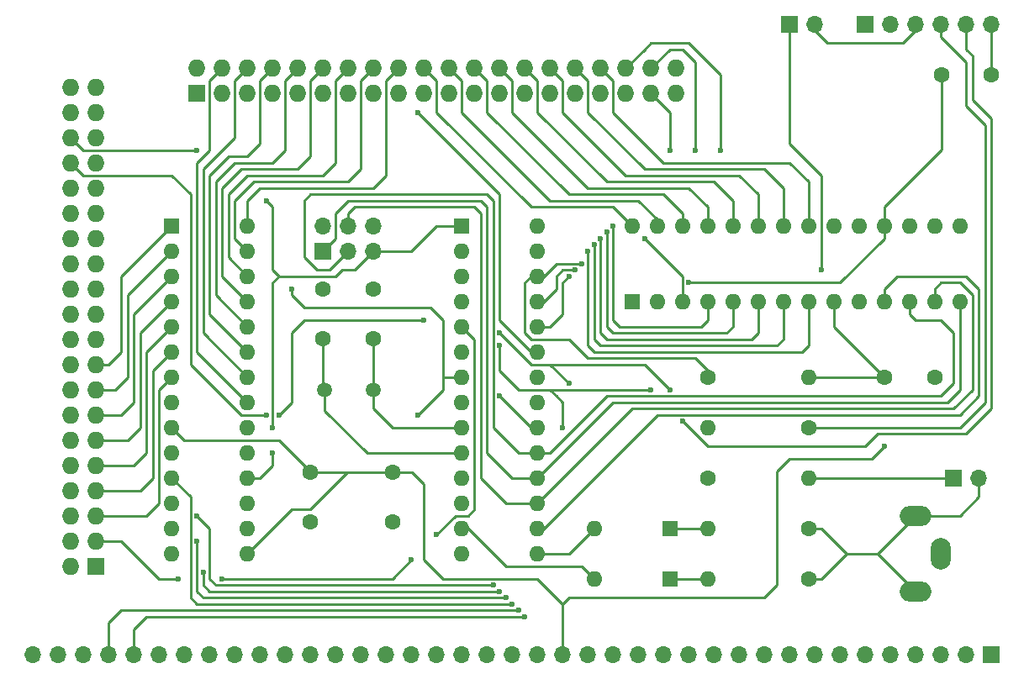
<source format=gtl>
G04 #@! TF.FileFunction,Copper,L1,Top,Signal*
%FSLAX46Y46*%
G04 Gerber Fmt 4.6, Leading zero omitted, Abs format (unit mm)*
G04 Created by KiCad (PCBNEW 4.0.6) date 06/11/17 20:17:23*
%MOMM*%
%LPD*%
G01*
G04 APERTURE LIST*
%ADD10C,0.100000*%
%ADD11R,1.600000X1.600000*%
%ADD12O,1.600000X1.600000*%
%ADD13C,1.600000*%
%ADD14R,1.700000X1.700000*%
%ADD15O,1.700000X1.700000*%
%ADD16R,1.727200X1.727200*%
%ADD17O,1.727200X1.727200*%
%ADD18C,1.500000*%
%ADD19O,3.197860X1.998980*%
%ADD20O,1.998980X3.197860*%
%ADD21C,0.600000*%
%ADD22C,0.250000*%
G04 APERTURE END LIST*
D10*
D11*
X160655000Y-102870000D03*
D12*
X168275000Y-135890000D03*
X160655000Y-105410000D03*
X168275000Y-133350000D03*
X160655000Y-107950000D03*
X168275000Y-130810000D03*
X160655000Y-110490000D03*
X168275000Y-128270000D03*
X160655000Y-113030000D03*
X168275000Y-125730000D03*
X160655000Y-115570000D03*
X168275000Y-123190000D03*
X160655000Y-118110000D03*
X168275000Y-120650000D03*
X160655000Y-120650000D03*
X168275000Y-118110000D03*
X160655000Y-123190000D03*
X168275000Y-115570000D03*
X160655000Y-125730000D03*
X168275000Y-113030000D03*
X160655000Y-128270000D03*
X168275000Y-110490000D03*
X160655000Y-130810000D03*
X168275000Y-107950000D03*
X160655000Y-133350000D03*
X168275000Y-105410000D03*
X160655000Y-135890000D03*
X168275000Y-102870000D03*
D13*
X153670000Y-132715000D03*
X153670000Y-127715000D03*
X213995000Y-87630000D03*
X208995000Y-87630000D03*
X151765000Y-109220000D03*
X151765000Y-114220000D03*
X146685000Y-109220000D03*
X146685000Y-114220000D03*
D11*
X181610000Y-133350000D03*
D12*
X173990000Y-133350000D03*
D11*
X181610000Y-138430000D03*
D12*
X173990000Y-138430000D03*
D14*
X213995000Y-146050000D03*
D15*
X211455000Y-146050000D03*
X208915000Y-146050000D03*
X206375000Y-146050000D03*
X203835000Y-146050000D03*
X201295000Y-146050000D03*
X198755000Y-146050000D03*
X196215000Y-146050000D03*
X193675000Y-146050000D03*
X191135000Y-146050000D03*
X188595000Y-146050000D03*
X186055000Y-146050000D03*
X183515000Y-146050000D03*
X180975000Y-146050000D03*
X178435000Y-146050000D03*
X175895000Y-146050000D03*
X173355000Y-146050000D03*
X170815000Y-146050000D03*
X168275000Y-146050000D03*
X165735000Y-146050000D03*
X163195000Y-146050000D03*
X160655000Y-146050000D03*
X158115000Y-146050000D03*
X155575000Y-146050000D03*
X153035000Y-146050000D03*
X150495000Y-146050000D03*
X147955000Y-146050000D03*
X145415000Y-146050000D03*
X142875000Y-146050000D03*
X140335000Y-146050000D03*
X137795000Y-146050000D03*
X135255000Y-146050000D03*
X132715000Y-146050000D03*
X130175000Y-146050000D03*
X127635000Y-146050000D03*
X125095000Y-146050000D03*
X122555000Y-146050000D03*
X120015000Y-146050000D03*
X117475000Y-146050000D03*
D16*
X123825000Y-137160000D03*
D17*
X121285000Y-137160000D03*
X123825000Y-134620000D03*
X121285000Y-134620000D03*
X123825000Y-132080000D03*
X121285000Y-132080000D03*
X123825000Y-129540000D03*
X121285000Y-129540000D03*
X123825000Y-127000000D03*
X121285000Y-127000000D03*
X123825000Y-124460000D03*
X121285000Y-124460000D03*
X123825000Y-121920000D03*
X121285000Y-121920000D03*
X123825000Y-119380000D03*
X121285000Y-119380000D03*
X123825000Y-116840000D03*
X121285000Y-116840000D03*
X123825000Y-114300000D03*
X121285000Y-114300000D03*
X123825000Y-111760000D03*
X121285000Y-111760000D03*
X123825000Y-109220000D03*
X121285000Y-109220000D03*
X123825000Y-106680000D03*
X121285000Y-106680000D03*
X123825000Y-104140000D03*
X121285000Y-104140000D03*
X123825000Y-101600000D03*
X121285000Y-101600000D03*
X123825000Y-99060000D03*
X121285000Y-99060000D03*
X123825000Y-96520000D03*
X121285000Y-96520000D03*
X123825000Y-93980000D03*
X121285000Y-93980000D03*
X123825000Y-91440000D03*
X121285000Y-91440000D03*
X123825000Y-88900000D03*
X121285000Y-88900000D03*
D14*
X201295000Y-82550000D03*
D15*
X203835000Y-82550000D03*
X206375000Y-82550000D03*
X208915000Y-82550000D03*
X211455000Y-82550000D03*
X213995000Y-82550000D03*
D14*
X146685000Y-105410000D03*
D15*
X146685000Y-102870000D03*
X149225000Y-105410000D03*
X149225000Y-102870000D03*
X151765000Y-105410000D03*
X151765000Y-102870000D03*
D14*
X193675000Y-82550000D03*
D15*
X196215000Y-82550000D03*
D13*
X195580000Y-133350000D03*
D12*
X185420000Y-133350000D03*
D13*
X195580000Y-138430000D03*
D12*
X185420000Y-138430000D03*
D13*
X185420000Y-128270000D03*
D12*
X195580000Y-128270000D03*
D13*
X195580000Y-123190000D03*
D12*
X185420000Y-123190000D03*
D18*
X151765000Y-119380000D03*
X146885000Y-119380000D03*
D14*
X210185000Y-128270000D03*
D15*
X212725000Y-128270000D03*
D16*
X133985000Y-89535000D03*
D17*
X133985000Y-86995000D03*
X136525000Y-89535000D03*
X136525000Y-86995000D03*
X139065000Y-89535000D03*
X139065000Y-86995000D03*
X141605000Y-89535000D03*
X141605000Y-86995000D03*
X144145000Y-89535000D03*
X144145000Y-86995000D03*
X146685000Y-89535000D03*
X146685000Y-86995000D03*
X149225000Y-89535000D03*
X149225000Y-86995000D03*
X151765000Y-89535000D03*
X151765000Y-86995000D03*
X154305000Y-89535000D03*
X154305000Y-86995000D03*
X156845000Y-89535000D03*
X156845000Y-86995000D03*
X159385000Y-89535000D03*
X159385000Y-86995000D03*
X161925000Y-89535000D03*
X161925000Y-86995000D03*
X164465000Y-89535000D03*
X164465000Y-86995000D03*
X167005000Y-89535000D03*
X167005000Y-86995000D03*
X169545000Y-89535000D03*
X169545000Y-86995000D03*
X172085000Y-89535000D03*
X172085000Y-86995000D03*
X174625000Y-89535000D03*
X174625000Y-86995000D03*
X177165000Y-89535000D03*
X177165000Y-86995000D03*
X179705000Y-89535000D03*
X179705000Y-86995000D03*
X182245000Y-89535000D03*
X182245000Y-86995000D03*
D13*
X185420000Y-118110000D03*
D12*
X195580000Y-118110000D03*
D11*
X177800000Y-110490000D03*
D12*
X210820000Y-102870000D03*
X180340000Y-110490000D03*
X208280000Y-102870000D03*
X182880000Y-110490000D03*
X205740000Y-102870000D03*
X185420000Y-110490000D03*
X203200000Y-102870000D03*
X187960000Y-110490000D03*
X200660000Y-102870000D03*
X190500000Y-110490000D03*
X198120000Y-102870000D03*
X193040000Y-110490000D03*
X195580000Y-102870000D03*
X195580000Y-110490000D03*
X193040000Y-102870000D03*
X198120000Y-110490000D03*
X190500000Y-102870000D03*
X200660000Y-110490000D03*
X187960000Y-102870000D03*
X203200000Y-110490000D03*
X185420000Y-102870000D03*
X205740000Y-110490000D03*
X182880000Y-102870000D03*
X208280000Y-110490000D03*
X180340000Y-102870000D03*
X210820000Y-110490000D03*
X177800000Y-102870000D03*
D11*
X131445000Y-102870000D03*
D12*
X139065000Y-135890000D03*
X131445000Y-105410000D03*
X139065000Y-133350000D03*
X131445000Y-107950000D03*
X139065000Y-130810000D03*
X131445000Y-110490000D03*
X139065000Y-128270000D03*
X131445000Y-113030000D03*
X139065000Y-125730000D03*
X131445000Y-115570000D03*
X139065000Y-123190000D03*
X131445000Y-118110000D03*
X139065000Y-120650000D03*
X131445000Y-120650000D03*
X139065000Y-118110000D03*
X131445000Y-123190000D03*
X139065000Y-115570000D03*
X131445000Y-125730000D03*
X139065000Y-113030000D03*
X131445000Y-128270000D03*
X139065000Y-110490000D03*
X131445000Y-130810000D03*
X139065000Y-107950000D03*
X131445000Y-133350000D03*
X139065000Y-105410000D03*
X131445000Y-135890000D03*
X139065000Y-102870000D03*
D13*
X145415000Y-132715000D03*
X145415000Y-127715000D03*
X208280000Y-118110000D03*
X203280000Y-118110000D03*
D19*
X206375000Y-132080000D03*
D20*
X208915000Y-135890000D03*
D19*
X206375000Y-139700000D03*
D21*
X143510000Y-109220000D03*
X164465000Y-120015000D03*
X203200000Y-125095000D03*
X196850000Y-107315000D03*
X156210000Y-121920000D03*
X171450000Y-118745000D03*
X167005000Y-142240000D03*
X181610000Y-119380000D03*
X164465000Y-113665000D03*
X132080000Y-138430000D03*
X136525000Y-138430000D03*
X155575000Y-136525000D03*
X158115000Y-133985000D03*
X140970000Y-121920000D03*
X142240000Y-121920000D03*
X156845000Y-112395000D03*
X140970000Y-100330000D03*
X133985000Y-95250000D03*
X141605000Y-125730000D03*
X141605000Y-123190000D03*
X183515000Y-108585000D03*
X166370000Y-141605000D03*
X170815000Y-123190000D03*
X182880000Y-122555000D03*
X179705000Y-119380000D03*
X164465000Y-114935000D03*
X164465000Y-139700000D03*
X134620000Y-137795000D03*
X163830000Y-139065000D03*
X133985000Y-132080000D03*
X165100000Y-140335000D03*
X133985000Y-134620000D03*
X156210000Y-91440000D03*
X186690000Y-95250000D03*
X171450000Y-107950000D03*
X172720000Y-106680000D03*
X181610000Y-95250000D03*
X184150000Y-95250000D03*
X172085000Y-107315000D03*
X173355000Y-105410000D03*
X173990000Y-104775000D03*
X174625000Y-104140000D03*
X175260000Y-103505000D03*
X175895000Y-102870000D03*
X179070000Y-104140000D03*
X165735000Y-140970000D03*
D22*
X143510000Y-109855000D02*
X144780000Y-111125000D01*
X158750000Y-112395000D02*
X158750000Y-113030000D01*
X157480000Y-111125000D02*
X158750000Y-112395000D01*
X144780000Y-111125000D02*
X157480000Y-111125000D01*
X158750000Y-113030000D02*
X158750000Y-116840000D01*
X158750000Y-116840000D02*
X158750000Y-118110000D01*
X143510000Y-109220000D02*
X143510000Y-109855000D01*
X149225000Y-127715000D02*
X149145000Y-127715000D01*
X143510000Y-131445000D02*
X139065000Y-135890000D01*
X145415000Y-131445000D02*
X143510000Y-131445000D01*
X149145000Y-127715000D02*
X145415000Y-131445000D01*
X168275000Y-123190000D02*
X167640000Y-123190000D01*
X167640000Y-123190000D02*
X164465000Y-120015000D01*
X192405000Y-127635000D02*
X193675000Y-126365000D01*
X192405000Y-128905000D02*
X192405000Y-128270000D01*
X170815000Y-140970000D02*
X171450000Y-140335000D01*
X192405000Y-139065000D02*
X192405000Y-128905000D01*
X191135000Y-140335000D02*
X192405000Y-139065000D01*
X189230000Y-140335000D02*
X191135000Y-140335000D01*
X171450000Y-140335000D02*
X189230000Y-140335000D01*
X192405000Y-128270000D02*
X192405000Y-127635000D01*
X201930000Y-126365000D02*
X203200000Y-125095000D01*
X193675000Y-126365000D02*
X201930000Y-126365000D01*
X193675000Y-82550000D02*
X193675000Y-94615000D01*
X196850000Y-97790000D02*
X196850000Y-107315000D01*
X193675000Y-94615000D02*
X196850000Y-97790000D01*
X203280000Y-118110000D02*
X195580000Y-118110000D01*
X203280000Y-118110000D02*
X203200000Y-118110000D01*
X203200000Y-118110000D02*
X198120000Y-113030000D01*
X198120000Y-113030000D02*
X198120000Y-110490000D01*
X145415000Y-127715000D02*
X145415000Y-127635000D01*
X145415000Y-127635000D02*
X142240000Y-124460000D01*
X132715000Y-124460000D02*
X131445000Y-123190000D01*
X142240000Y-124460000D02*
X132715000Y-124460000D01*
X153670000Y-127715000D02*
X149225000Y-127715000D01*
X149225000Y-127715000D02*
X145415000Y-127715000D01*
X170815000Y-146050000D02*
X170815000Y-140970000D01*
X155655000Y-127715000D02*
X153670000Y-127715000D01*
X156845000Y-128905000D02*
X155655000Y-127715000D01*
X156845000Y-136525000D02*
X156845000Y-128905000D01*
X158750000Y-138430000D02*
X156845000Y-136525000D01*
X168275000Y-138430000D02*
X158750000Y-138430000D01*
X170815000Y-140970000D02*
X168275000Y-138430000D01*
X160655000Y-118110000D02*
X158750000Y-118110000D01*
X158750000Y-119380000D02*
X158750000Y-118110000D01*
X156210000Y-121920000D02*
X158750000Y-119380000D01*
X168355000Y-123270000D02*
X168275000Y-123190000D01*
X213995000Y-82550000D02*
X213995000Y-87630000D01*
X151765000Y-114220000D02*
X151765000Y-119380000D01*
X160655000Y-123190000D02*
X153670000Y-123190000D01*
X151765000Y-121285000D02*
X151765000Y-119380000D01*
X153670000Y-123190000D02*
X151765000Y-121285000D01*
X146685000Y-114220000D02*
X146685000Y-119180000D01*
X146685000Y-119180000D02*
X146885000Y-119380000D01*
X160655000Y-125730000D02*
X151130000Y-125730000D01*
X146885000Y-121485000D02*
X146885000Y-119380000D01*
X151130000Y-125730000D02*
X146885000Y-121485000D01*
X181610000Y-133350000D02*
X185420000Y-133350000D01*
X168275000Y-135890000D02*
X171450000Y-135890000D01*
X171450000Y-135890000D02*
X173990000Y-133350000D01*
X181610000Y-138430000D02*
X185420000Y-138430000D01*
X160655000Y-133350000D02*
X161290000Y-133350000D01*
X161290000Y-133350000D02*
X165100000Y-137160000D01*
X165100000Y-137160000D02*
X172720000Y-137160000D01*
X172720000Y-137160000D02*
X173990000Y-138430000D01*
X127635000Y-146050000D02*
X127635000Y-143510000D01*
X171450000Y-118745000D02*
X169545000Y-116840000D01*
X128905000Y-142240000D02*
X167005000Y-142240000D01*
X127635000Y-143510000D02*
X128905000Y-142240000D01*
X175895000Y-116840000D02*
X175260000Y-116840000D01*
X179070000Y-116840000D02*
X181610000Y-119380000D01*
X167640000Y-116840000D02*
X169545000Y-116840000D01*
X169545000Y-116840000D02*
X175895000Y-116840000D01*
X175895000Y-116840000D02*
X179070000Y-116840000D01*
X164465000Y-113665000D02*
X167640000Y-116840000D01*
X160655000Y-113030000D02*
X161925000Y-114300000D01*
X126365000Y-134620000D02*
X123825000Y-134620000D01*
X130175000Y-138430000D02*
X126365000Y-134620000D01*
X132080000Y-138430000D02*
X130175000Y-138430000D01*
X153670000Y-138430000D02*
X136525000Y-138430000D01*
X155575000Y-136525000D02*
X153670000Y-138430000D01*
X160020000Y-132080000D02*
X158115000Y-133985000D01*
X161290000Y-132080000D02*
X160020000Y-132080000D01*
X161925000Y-131445000D02*
X161290000Y-132080000D01*
X161925000Y-114300000D02*
X161925000Y-131445000D01*
X122555000Y-97790000D02*
X131445000Y-97790000D01*
X131445000Y-97790000D02*
X133350000Y-99695000D01*
X133350000Y-99695000D02*
X133350000Y-116840000D01*
X133350000Y-116840000D02*
X138430000Y-121920000D01*
X138430000Y-121920000D02*
X140970000Y-121920000D01*
X142240000Y-121920000D02*
X143510000Y-120650000D01*
X143510000Y-120650000D02*
X143510000Y-114300000D01*
X122555000Y-97790000D02*
X121285000Y-96520000D01*
X143510000Y-113665000D02*
X144780000Y-112395000D01*
X144780000Y-112395000D02*
X153670000Y-112395000D01*
X143510000Y-114300000D02*
X143510000Y-113665000D01*
X156845000Y-112395000D02*
X153670000Y-112395000D01*
X204470000Y-84455000D02*
X205105000Y-84455000D01*
X204470000Y-84455000D02*
X197485000Y-84455000D01*
X196215000Y-83185000D02*
X197485000Y-84455000D01*
X205105000Y-84455000D02*
X206375000Y-83185000D01*
X206375000Y-83185000D02*
X206375000Y-82550000D01*
X196215000Y-83185000D02*
X196215000Y-82550000D01*
X210185000Y-128270000D02*
X195580000Y-128270000D01*
X206375000Y-132080000D02*
X210820000Y-132080000D01*
X212725000Y-130175000D02*
X212725000Y-128270000D01*
X210820000Y-132080000D02*
X212725000Y-130175000D01*
X202565000Y-135890000D02*
X206375000Y-139700000D01*
X201132440Y-135890000D02*
X202565000Y-135890000D01*
X199390000Y-135890000D02*
X201132440Y-135890000D01*
X202565000Y-135890000D02*
X206375000Y-132080000D01*
X197485000Y-133985000D02*
X196850000Y-133350000D01*
X199390000Y-135890000D02*
X197485000Y-133985000D01*
X196850000Y-133350000D02*
X195580000Y-133350000D01*
X195580000Y-138430000D02*
X196850000Y-138430000D01*
X196850000Y-138430000D02*
X199390000Y-135890000D01*
X208915000Y-82550000D02*
X208915000Y-83820000D01*
X211455000Y-90805000D02*
X213360000Y-92710000D01*
X211455000Y-86360000D02*
X211455000Y-90805000D01*
X208915000Y-83820000D02*
X211455000Y-86360000D01*
X195580000Y-123190000D02*
X210820000Y-123190000D01*
X213360000Y-120650000D02*
X213360000Y-92710000D01*
X210820000Y-123190000D02*
X213360000Y-120650000D01*
X121285000Y-93980000D02*
X122555000Y-95250000D01*
X141605000Y-107315000D02*
X142240000Y-107950000D01*
X141605000Y-100965000D02*
X141605000Y-107315000D01*
X140970000Y-100330000D02*
X141605000Y-100965000D01*
X122555000Y-95250000D02*
X133985000Y-95250000D01*
X151765000Y-105410000D02*
X149860000Y-107315000D01*
X140335000Y-128270000D02*
X139065000Y-128270000D01*
X141605000Y-127000000D02*
X140335000Y-128270000D01*
X141605000Y-125730000D02*
X141605000Y-127000000D01*
X141605000Y-108585000D02*
X141605000Y-123190000D01*
X142240000Y-107950000D02*
X141605000Y-108585000D01*
X147955000Y-107950000D02*
X142240000Y-107950000D01*
X148590000Y-107315000D02*
X147955000Y-107950000D01*
X149860000Y-107315000D02*
X148590000Y-107315000D01*
X203200000Y-102870000D02*
X203200000Y-104140000D01*
X198755000Y-108585000D02*
X183515000Y-108585000D01*
X203200000Y-104140000D02*
X198755000Y-108585000D01*
X208995000Y-87630000D02*
X208995000Y-95170000D01*
X203200000Y-100965000D02*
X203200000Y-102870000D01*
X208995000Y-95170000D02*
X203200000Y-100965000D01*
X151765000Y-105410000D02*
X155575000Y-105410000D01*
X155575000Y-105410000D02*
X158115000Y-102870000D01*
X158115000Y-102870000D02*
X160655000Y-102870000D01*
X166370000Y-141605000D02*
X126365000Y-141605000D01*
X169545000Y-119380000D02*
X170180000Y-120015000D01*
X170815000Y-120650000D02*
X170815000Y-123190000D01*
X170815000Y-120650000D02*
X170180000Y-120015000D01*
X125095000Y-142875000D02*
X125095000Y-146050000D01*
X126365000Y-141605000D02*
X125095000Y-142875000D01*
X211455000Y-82550000D02*
X211455000Y-85090000D01*
X212090000Y-90170000D02*
X213995000Y-92075000D01*
X212090000Y-85725000D02*
X212090000Y-90170000D01*
X211455000Y-85090000D02*
X212090000Y-85725000D01*
X213995000Y-121285000D02*
X213995000Y-92075000D01*
X211455000Y-123825000D02*
X213995000Y-121285000D01*
X202565000Y-123825000D02*
X211455000Y-123825000D01*
X201295000Y-125095000D02*
X202565000Y-123825000D01*
X185420000Y-125095000D02*
X201295000Y-125095000D01*
X182880000Y-122555000D02*
X185420000Y-125095000D01*
X179520002Y-119380000D02*
X179705000Y-119380000D01*
X166370000Y-119380000D02*
X169545000Y-119380000D01*
X169545000Y-119380000D02*
X172085000Y-119380000D01*
X172085000Y-119380000D02*
X179520002Y-119380000D01*
X164465000Y-117475000D02*
X166370000Y-119380000D01*
X164465000Y-114935000D02*
X164465000Y-117475000D01*
X164465000Y-139700000D02*
X135255000Y-139700000D01*
X134620000Y-139065000D02*
X134620000Y-137795000D01*
X135255000Y-139700000D02*
X134620000Y-139065000D01*
X163195000Y-124460000D02*
X163195000Y-125730000D01*
X146685000Y-105410000D02*
X147955000Y-104140000D01*
X147955000Y-101600000D02*
X147955000Y-104140000D01*
X149225000Y-100330000D02*
X147955000Y-101600000D01*
X162560000Y-100330000D02*
X149225000Y-100330000D01*
X163195000Y-100965000D02*
X162560000Y-100330000D01*
X163195000Y-100965000D02*
X163195000Y-124460000D01*
X165735000Y-128270000D02*
X168275000Y-128270000D01*
X163195000Y-125730000D02*
X165735000Y-128270000D01*
X210820000Y-110490000D02*
X210820000Y-119380000D01*
X175895000Y-120650000D02*
X201295000Y-120650000D01*
X175895000Y-120650000D02*
X168275000Y-128270000D01*
X209550000Y-120650000D02*
X201295000Y-120650000D01*
X210820000Y-119380000D02*
X209550000Y-120650000D01*
X163830000Y-139065000D02*
X135890000Y-139065000D01*
X135255000Y-133350000D02*
X133985000Y-132080000D01*
X135255000Y-138430000D02*
X135255000Y-133350000D01*
X135890000Y-139065000D02*
X135255000Y-138430000D01*
X164465000Y-123825000D02*
X166370000Y-125730000D01*
X163830000Y-100330000D02*
X163830000Y-123190000D01*
X163830000Y-123190000D02*
X164465000Y-123825000D01*
X146050000Y-107315000D02*
X147320000Y-107315000D01*
X144780000Y-106045000D02*
X146050000Y-107315000D01*
X144780000Y-100330000D02*
X144780000Y-106045000D01*
X145415000Y-99695000D02*
X144780000Y-100330000D01*
X163195000Y-99695000D02*
X145415000Y-99695000D01*
X149225000Y-105410000D02*
X147320000Y-107315000D01*
X163195000Y-99695000D02*
X163830000Y-100330000D01*
X166370000Y-125730000D02*
X168275000Y-125730000D01*
X201295000Y-120015000D02*
X208915000Y-120015000D01*
X169545000Y-125730000D02*
X175260000Y-120015000D01*
X175260000Y-120015000D02*
X201295000Y-120015000D01*
X168275000Y-125730000D02*
X169545000Y-125730000D01*
X205740000Y-111760000D02*
X205740000Y-110490000D01*
X206375000Y-112395000D02*
X205740000Y-111760000D01*
X208915000Y-112395000D02*
X206375000Y-112395000D01*
X210185000Y-113665000D02*
X208915000Y-112395000D01*
X210185000Y-118745000D02*
X210185000Y-113665000D01*
X208915000Y-120015000D02*
X210185000Y-118745000D01*
X205740000Y-111125000D02*
X205740000Y-110490000D01*
X165100000Y-140335000D02*
X134620000Y-140335000D01*
X133985000Y-139700000D02*
X133985000Y-134620000D01*
X134620000Y-140335000D02*
X133985000Y-139700000D01*
X168275000Y-130810000D02*
X177800000Y-121285000D01*
X162560000Y-125730000D02*
X162560000Y-128270000D01*
X162560000Y-125730000D02*
X162560000Y-101600000D01*
X149225000Y-102870000D02*
X149225000Y-101600000D01*
X161925000Y-100965000D02*
X162560000Y-101600000D01*
X149860000Y-100965000D02*
X161925000Y-100965000D01*
X149225000Y-101600000D02*
X149860000Y-100965000D01*
X165100000Y-130810000D02*
X168275000Y-130810000D01*
X162560000Y-128270000D02*
X165100000Y-130810000D01*
X201295000Y-121285000D02*
X210185000Y-121285000D01*
X177800000Y-121285000D02*
X201295000Y-121285000D01*
X208280000Y-109220000D02*
X208280000Y-110490000D01*
X208915000Y-108585000D02*
X208280000Y-109220000D01*
X210820000Y-108585000D02*
X208915000Y-108585000D01*
X212090000Y-109855000D02*
X210820000Y-108585000D01*
X212090000Y-119380000D02*
X212090000Y-109855000D01*
X210185000Y-121285000D02*
X212090000Y-119380000D01*
X165100000Y-113030000D02*
X164465000Y-112395000D01*
X164465000Y-112395000D02*
X164465000Y-99695000D01*
X168275000Y-115570000D02*
X167640000Y-115570000D01*
X167640000Y-115570000D02*
X165100000Y-113030000D01*
X164465000Y-99695000D02*
X156210000Y-91440000D01*
X179070000Y-85090000D02*
X179705000Y-84455000D01*
X179705000Y-84455000D02*
X183515000Y-84455000D01*
X183515000Y-84455000D02*
X186690000Y-87630000D01*
X186690000Y-87630000D02*
X186690000Y-95250000D01*
X177165000Y-86995000D02*
X179070000Y-85090000D01*
X169545000Y-113030000D02*
X168275000Y-113030000D01*
X170815000Y-111760000D02*
X169545000Y-113030000D01*
X170815000Y-109220000D02*
X170815000Y-111760000D01*
X170815000Y-108585000D02*
X170815000Y-109220000D01*
X171450000Y-107950000D02*
X170815000Y-108585000D01*
X179705000Y-89535000D02*
X180975000Y-90805000D01*
X172720000Y-106680000D02*
X170180000Y-106680000D01*
X170180000Y-106680000D02*
X168910000Y-107950000D01*
X181610000Y-91440000D02*
X181610000Y-95250000D01*
X180975000Y-90805000D02*
X181610000Y-91440000D01*
X168275000Y-107950000D02*
X167640000Y-107950000D01*
X167640000Y-107950000D02*
X167005000Y-108585000D01*
X184150000Y-116205000D02*
X185420000Y-117475000D01*
X173355000Y-116205000D02*
X184150000Y-116205000D01*
X171450000Y-114300000D02*
X173355000Y-116205000D01*
X167640000Y-114300000D02*
X171450000Y-114300000D01*
X167005000Y-113665000D02*
X167640000Y-114300000D01*
X167005000Y-108585000D02*
X167005000Y-113665000D01*
X185420000Y-117475000D02*
X185420000Y-118110000D01*
X168275000Y-107950000D02*
X168910000Y-107950000D01*
X168275000Y-110490000D02*
X168910000Y-110490000D01*
X168910000Y-110490000D02*
X170180000Y-109220000D01*
X170180000Y-109220000D02*
X170180000Y-108585000D01*
X181610000Y-85090000D02*
X182880000Y-85090000D01*
X182880000Y-85090000D02*
X184150000Y-86360000D01*
X184150000Y-86360000D02*
X184150000Y-90170000D01*
X184150000Y-90170000D02*
X184150000Y-95250000D01*
X179705000Y-86995000D02*
X181610000Y-85090000D01*
X170180000Y-107950000D02*
X170180000Y-108585000D01*
X170815000Y-107315000D02*
X170180000Y-107950000D01*
X172085000Y-107315000D02*
X170815000Y-107315000D01*
X123825000Y-132080000D02*
X128905000Y-132080000D01*
X130175000Y-119380000D02*
X131445000Y-118110000D01*
X130175000Y-130810000D02*
X130175000Y-119380000D01*
X128905000Y-132080000D02*
X130175000Y-130810000D01*
X129540000Y-117475000D02*
X131445000Y-115570000D01*
X123825000Y-129540000D02*
X128270000Y-129540000D01*
X129540000Y-128270000D02*
X129540000Y-117475000D01*
X128270000Y-129540000D02*
X129540000Y-128270000D01*
X128905000Y-115570000D02*
X131445000Y-113030000D01*
X123825000Y-127000000D02*
X127635000Y-127000000D01*
X128905000Y-125730000D02*
X128905000Y-115570000D01*
X127635000Y-127000000D02*
X128905000Y-125730000D01*
X128270000Y-113665000D02*
X131445000Y-110490000D01*
X123825000Y-124460000D02*
X127000000Y-124460000D01*
X128270000Y-123190000D02*
X128270000Y-113665000D01*
X127000000Y-124460000D02*
X128270000Y-123190000D01*
X123825000Y-121920000D02*
X126365000Y-121920000D01*
X127635000Y-111760000D02*
X131445000Y-107950000D01*
X127635000Y-120650000D02*
X127635000Y-111760000D01*
X126365000Y-121920000D02*
X127635000Y-120650000D01*
X123825000Y-121920000D02*
X124460000Y-121920000D01*
X123825000Y-119380000D02*
X125730000Y-119380000D01*
X127000000Y-109855000D02*
X131445000Y-105410000D01*
X127000000Y-118110000D02*
X127000000Y-109855000D01*
X125730000Y-119380000D02*
X127000000Y-118110000D01*
X123825000Y-119380000D02*
X124460000Y-119380000D01*
X126365000Y-107950000D02*
X131445000Y-102870000D01*
X123825000Y-116840000D02*
X125095000Y-116840000D01*
X126365000Y-115570000D02*
X126365000Y-107950000D01*
X125095000Y-116840000D02*
X126365000Y-115570000D01*
X136525000Y-86995000D02*
X135255000Y-88265000D01*
X133985000Y-115570000D02*
X139065000Y-120650000D01*
X133985000Y-96520000D02*
X133985000Y-115570000D01*
X135255000Y-95250000D02*
X133985000Y-96520000D01*
X135255000Y-88265000D02*
X135255000Y-95250000D01*
X139065000Y-86995000D02*
X137795000Y-88265000D01*
X134620000Y-113665000D02*
X139065000Y-118110000D01*
X134620000Y-97155000D02*
X134620000Y-113665000D01*
X137795000Y-93980000D02*
X134620000Y-97155000D01*
X137795000Y-88265000D02*
X137795000Y-93980000D01*
X141605000Y-86995000D02*
X140335000Y-88265000D01*
X135255000Y-111760000D02*
X139065000Y-115570000D01*
X135255000Y-97790000D02*
X135255000Y-111760000D01*
X137160000Y-95885000D02*
X135255000Y-97790000D01*
X139065000Y-95885000D02*
X137160000Y-95885000D01*
X140335000Y-94615000D02*
X139065000Y-95885000D01*
X140335000Y-88265000D02*
X140335000Y-94615000D01*
X144145000Y-86995000D02*
X142875000Y-88265000D01*
X135890000Y-109855000D02*
X139065000Y-113030000D01*
X135890000Y-98425000D02*
X135890000Y-109855000D01*
X137795000Y-96520000D02*
X135890000Y-98425000D01*
X141605000Y-96520000D02*
X137795000Y-96520000D01*
X142875000Y-95250000D02*
X141605000Y-96520000D01*
X142875000Y-88265000D02*
X142875000Y-95250000D01*
X146685000Y-86995000D02*
X145415000Y-88265000D01*
X136525000Y-107950000D02*
X139065000Y-110490000D01*
X136525000Y-99060000D02*
X136525000Y-107950000D01*
X138430000Y-97155000D02*
X136525000Y-99060000D01*
X144145000Y-97155000D02*
X138430000Y-97155000D01*
X145415000Y-95885000D02*
X144145000Y-97155000D01*
X145415000Y-88265000D02*
X145415000Y-95885000D01*
X149225000Y-86995000D02*
X147955000Y-88265000D01*
X137160000Y-106045000D02*
X139065000Y-107950000D01*
X137160000Y-99695000D02*
X137160000Y-106045000D01*
X139065000Y-97790000D02*
X137160000Y-99695000D01*
X146685000Y-97790000D02*
X139065000Y-97790000D01*
X147955000Y-96520000D02*
X146685000Y-97790000D01*
X147955000Y-88265000D02*
X147955000Y-96520000D01*
X151765000Y-86995000D02*
X150495000Y-88265000D01*
X137795000Y-104140000D02*
X139065000Y-105410000D01*
X137795000Y-100330000D02*
X137795000Y-104140000D01*
X139700000Y-98425000D02*
X137795000Y-100330000D01*
X149225000Y-98425000D02*
X139700000Y-98425000D01*
X150495000Y-97155000D02*
X149225000Y-98425000D01*
X150495000Y-88265000D02*
X150495000Y-97155000D01*
X154305000Y-86995000D02*
X153035000Y-88265000D01*
X139065000Y-100330000D02*
X139065000Y-102870000D01*
X140335000Y-99060000D02*
X139065000Y-100330000D01*
X151765000Y-99060000D02*
X140335000Y-99060000D01*
X153035000Y-97790000D02*
X151765000Y-99060000D01*
X153035000Y-88265000D02*
X153035000Y-97790000D01*
X173355000Y-105410000D02*
X173355000Y-114935000D01*
X195580000Y-114935000D02*
X195580000Y-110490000D01*
X194945000Y-115570000D02*
X195580000Y-114935000D01*
X173990000Y-115570000D02*
X194945000Y-115570000D01*
X173355000Y-114935000D02*
X173990000Y-115570000D01*
X177800000Y-102870000D02*
X175895000Y-100965000D01*
X158115000Y-88265000D02*
X158115000Y-91440000D01*
X158115000Y-91440000D02*
X167640000Y-100965000D01*
X158115000Y-88265000D02*
X156845000Y-86995000D01*
X175895000Y-100965000D02*
X167640000Y-100965000D01*
X173990000Y-104775000D02*
X173990000Y-114300000D01*
X193040000Y-114300000D02*
X193040000Y-110490000D01*
X192405000Y-114935000D02*
X193040000Y-114300000D01*
X174625000Y-114935000D02*
X192405000Y-114935000D01*
X173990000Y-114300000D02*
X174625000Y-114935000D01*
X170180000Y-100330000D02*
X169545000Y-100330000D01*
X160655000Y-88265000D02*
X160655000Y-91440000D01*
X159385000Y-86995000D02*
X160655000Y-88265000D01*
X178435000Y-100330000D02*
X170180000Y-100330000D01*
X178435000Y-100330000D02*
X180340000Y-102235000D01*
X169545000Y-100330000D02*
X160655000Y-91440000D01*
X180340000Y-102870000D02*
X180340000Y-102235000D01*
X174625000Y-104140000D02*
X174625000Y-113665000D01*
X190500000Y-113665000D02*
X190500000Y-110490000D01*
X189865000Y-114300000D02*
X190500000Y-113665000D01*
X175260000Y-114300000D02*
X189865000Y-114300000D01*
X174625000Y-113665000D02*
X175260000Y-114300000D01*
X180340000Y-99695000D02*
X180975000Y-99695000D01*
X182880000Y-101600000D02*
X182880000Y-102870000D01*
X180975000Y-99695000D02*
X182880000Y-101600000D01*
X163195000Y-91440000D02*
X171450000Y-99695000D01*
X161925000Y-86995000D02*
X163195000Y-88265000D01*
X179705000Y-99695000D02*
X180340000Y-99695000D01*
X179070000Y-99695000D02*
X179705000Y-99695000D01*
X171450000Y-99695000D02*
X179070000Y-99695000D01*
X163195000Y-88265000D02*
X163195000Y-91440000D01*
X175260000Y-103505000D02*
X175260000Y-113030000D01*
X187960000Y-113030000D02*
X187960000Y-110490000D01*
X187325000Y-113665000D02*
X187960000Y-113030000D01*
X175895000Y-113665000D02*
X187325000Y-113665000D01*
X175260000Y-113030000D02*
X175895000Y-113665000D01*
X182880000Y-99060000D02*
X183515000Y-99060000D01*
X185420000Y-100965000D02*
X185420000Y-102870000D01*
X183515000Y-99060000D02*
X185420000Y-100965000D01*
X164465000Y-86995000D02*
X165735000Y-88265000D01*
X182245000Y-99060000D02*
X182880000Y-99060000D01*
X181610000Y-99060000D02*
X182245000Y-99060000D01*
X173355000Y-99060000D02*
X181610000Y-99060000D01*
X165735000Y-91440000D02*
X173355000Y-99060000D01*
X165735000Y-88265000D02*
X165735000Y-91440000D01*
X175895000Y-102870000D02*
X175895000Y-111760000D01*
X185420000Y-112395000D02*
X185420000Y-110490000D01*
X184785000Y-113030000D02*
X185420000Y-112395000D01*
X176530000Y-113030000D02*
X184785000Y-113030000D01*
X175895000Y-112395000D02*
X176530000Y-113030000D01*
X175895000Y-111760000D02*
X175895000Y-112395000D01*
X185420000Y-98425000D02*
X186055000Y-98425000D01*
X168275000Y-88265000D02*
X168275000Y-91440000D01*
X168275000Y-91440000D02*
X175260000Y-98425000D01*
X175260000Y-98425000D02*
X184150000Y-98425000D01*
X184150000Y-98425000D02*
X184785000Y-98425000D01*
X184785000Y-98425000D02*
X185420000Y-98425000D01*
X167005000Y-86995000D02*
X168275000Y-88265000D01*
X187960000Y-100330000D02*
X187960000Y-102870000D01*
X186055000Y-98425000D02*
X187960000Y-100330000D01*
X182880000Y-107950000D02*
X182880000Y-110490000D01*
X179070000Y-104140000D02*
X182880000Y-107950000D01*
X187960000Y-97790000D02*
X188595000Y-97790000D01*
X187960000Y-97790000D02*
X177165000Y-97790000D01*
X177165000Y-97790000D02*
X170815000Y-91440000D01*
X170815000Y-91440000D02*
X170815000Y-88265000D01*
X169545000Y-86995000D02*
X170815000Y-88265000D01*
X190500000Y-99695000D02*
X190500000Y-102870000D01*
X188595000Y-97790000D02*
X190500000Y-99695000D01*
X193040000Y-102870000D02*
X193040000Y-99060000D01*
X191135000Y-97155000D02*
X189865000Y-97155000D01*
X193040000Y-99060000D02*
X191135000Y-97155000D01*
X172085000Y-86995000D02*
X173355000Y-88265000D01*
X179070000Y-97155000D02*
X189865000Y-97155000D01*
X173355000Y-91440000D02*
X179070000Y-97155000D01*
X173355000Y-88265000D02*
X173355000Y-91440000D01*
X191770000Y-96520000D02*
X193675000Y-96520000D01*
X175895000Y-88265000D02*
X175895000Y-91440000D01*
X175895000Y-91440000D02*
X180975000Y-96520000D01*
X180975000Y-96520000D02*
X191770000Y-96520000D01*
X174625000Y-86995000D02*
X175895000Y-88265000D01*
X195580000Y-98425000D02*
X195580000Y-102870000D01*
X193675000Y-96520000D02*
X195580000Y-98425000D01*
X165735000Y-140970000D02*
X133985000Y-140970000D01*
X133350000Y-130175000D02*
X131445000Y-128270000D01*
X133350000Y-140335000D02*
X133350000Y-130175000D01*
X133985000Y-140970000D02*
X133350000Y-140335000D01*
X212725000Y-109855000D02*
X212725000Y-109220000D01*
X203200000Y-109220000D02*
X203200000Y-110490000D01*
X204470000Y-107950000D02*
X203200000Y-109220000D01*
X211455000Y-107950000D02*
X204470000Y-107950000D01*
X212725000Y-109220000D02*
X211455000Y-107950000D01*
X203200000Y-110490000D02*
X203200000Y-109855000D01*
X180340000Y-121920000D02*
X201295000Y-121920000D01*
X168910000Y-133350000D02*
X180340000Y-121920000D01*
X210820000Y-121920000D02*
X201295000Y-121920000D01*
X212725000Y-120015000D02*
X210820000Y-121920000D01*
X212725000Y-109855000D02*
X212725000Y-120015000D01*
X168275000Y-133350000D02*
X168910000Y-133350000D01*
M02*

</source>
